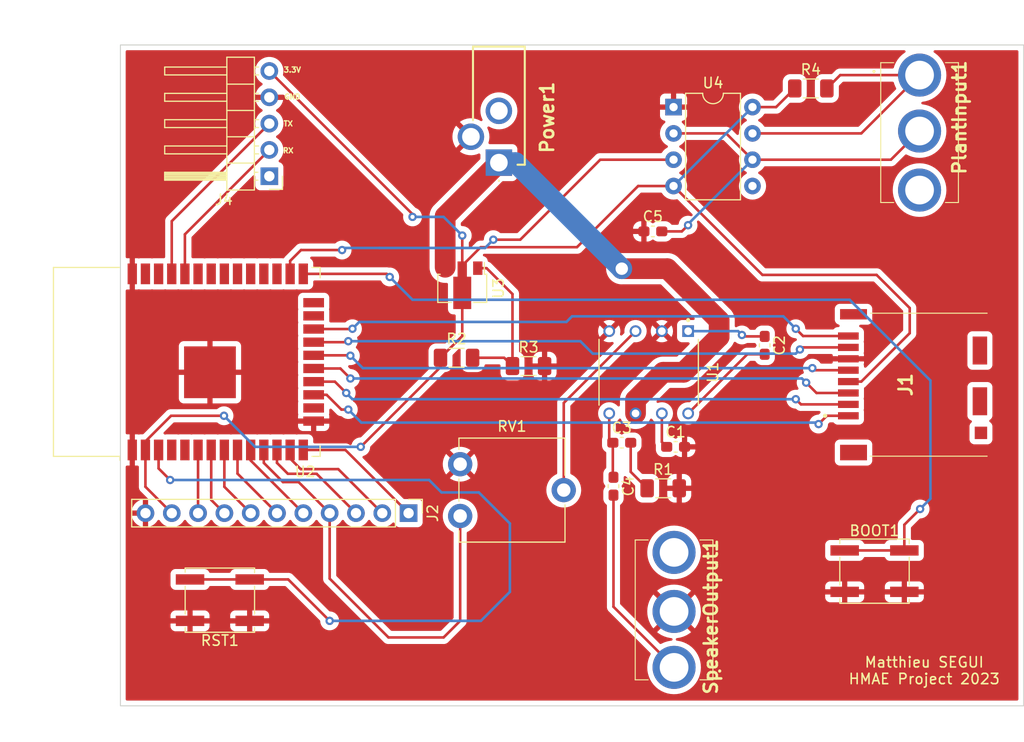
<source format=kicad_pcb>
(kicad_pcb (version 20211014) (generator pcbnew)
  (layers (0 "F.Cu" signal) (31 "B.Cu" signal) (34 "B.Paste" user) (35 "F.Paste" user) (36 "B.SilkS" user "B.Silkscreen") (37 "F.SilkS" user "F.Silkscreen") (38 "B.Mask" user) (39 "F.Mask" user) (44 "Edge.Cuts" user))
  (net 0 "")
  (net 1 "Net-(C1-Pad1)")
  (net 2 "GND")
  (net 3 "Net-(C2-Pad1)")
  (net 4 "Net-(C2-Pad2)")
  (net 5 "Net-(C3-Pad1)")
  (net 6 "Net-(C3-Pad2)")
  (net 7 "Net-(C4-Pad2)")
  (net 8 "Net-(C5-Pad2)")
  (net 9 "DAT2")
  (net 10 "DAT3")
  (net 11 "CMD")
  (net 12 "+3V3")
  (net 13 "CLK")
  (net 14 "DAT0")
  (net 15 "DAT1")
  (net 21 "SignalIN")
  (net 22 "VCC")
  (net 24 "ESP32_RX")
  (net 25 "ESP32_TX")
  (net 26 "Net-(BOOT1-Pad1)")
  (net 28 "Net-(R2-Pad2)")
  (net 29 "Net-(RV1-Pad2)")
  (net 31 "Net-(J2-Pad1)")
  (net 37 "Net-(J2-Pad2)")
  (net 38 "555Output")
  (net 49 "Net-(J2-Pad3)")
  (net 50 "Net-(J2-Pad5)")
  (net 51 "Net-(J2-Pad6)")
  (net 52 "Net-(J2-Pad7)")
  (net 53 "Net-(J2-Pad8)")
  (net 54 "Net-(J2-Pad9)")
  (net 55 "Net-(PlantInput1-Pad1)")
  (net 56 "Net-(RST1-Pad2)")
  (footprint "Package_TO_SOT_SMD:SOT-89-3" (layer "F.Cu") (at 95 53.8 -90)
    (fp_text reference "U3" (at 0.3 -3.5 90) (layer "F.SilkS"))
    (fp_text value "LM317L_SOT-89")
    (fp_line (start 1.66 1.05) (end 1.66 2.36) (layer "F.SilkS") (width 0.12))
    (fp_line (start 1.66 2.36) (end -1.06 2.36) (layer "F.SilkS") (width 0.12))
    (fp_line (start -1.06 -2.36) (end -1.06 -2.13) (layer "F.SilkS") (width 0.12))
    (fp_line (start -2.2 -2.13) (end -1.06 -2.13) (layer "F.SilkS") (width 0.12))
    (fp_line (start -1.06 2.36) (end -1.06 2.13) (layer "F.SilkS") (width 0.12))
    (fp_line (start -1.06 -2.36) (end 1.66 -2.36) (layer "F.SilkS") (width 0.12))
    (fp_line (start 1.66 -2.36) (end 1.66 -1.05) (layer "F.SilkS") (width 0.12))
    (pad "1" smd rect (at -1.65 -1.5 270) (size 1.3 0.9) (layers "F.Cu" "F.Paste" "F.Mask") (net 28 "Net-(R2-Pad2)"))
    (pad "2" smd custom (at -1.5625 0 270) (size 1.475 0.9) (layers "F.Cu" "F.Paste" "F.Mask") (net 12 "+3V3") (options (clearance outline) (anchor rect)) (primitives (gr_poly (pts (xy 3.8625 0.8665) (xy 0.7375 0.8665) (xy 0.7375 -0.8665) (xy 3.8625 -0.8665)) (width 0) (fill yes))))
    (pad "3" smd rect (at -1.65 1.5 270) (size 1.3 0.9) (layers "F.Cu" "F.Paste" "F.Mask") (net 22 "VCC"))
  )
  (footprint "Capacitor_SMD:C_0603_1608Metric_Pad1.08x0.95mm_HandSolder" (layer "F.Cu") (at 109.6 73.2 -90)
    (fp_text reference "C4" (at 0 -1.43 90) (layer "F.SilkS"))
    (fp_text value "250uF")
    (fp_line (start -0.146267 -0.51) (end 0.146267 -0.51) (layer "F.SilkS") (width 0.12))
    (fp_line (start -0.146267 0.51) (end 0.146267 0.51) (layer "F.SilkS") (width 0.12))
    (pad "1" smd roundrect (at -0.8625 0 270) (size 1.075 0.95) (layers "F.Cu" "F.Paste" "F.Mask") (net 5 "Net-(C3-Pad1)"))
    (pad "2" smd roundrect (at 0.8625 0 270) (size 1.075 0.95) (layers "F.Cu" "F.Paste" "F.Mask") (net 7 "Net-(C4-Pad2)"))
  )
  (footprint "Resistor_SMD:R_1206_3216Metric_Pad1.30x1.75mm_HandSolder" (layer "F.Cu") (at 114.4 73.4)
    (fp_text reference "R1" (at 0 -1.82) (layer "F.SilkS"))
    (fp_text value "10ohm")
    (fp_line (start -0.727064 -0.91) (end 0.727064 -0.91) (layer "F.SilkS") (width 0.12))
    (fp_line (start -0.727064 0.91) (end 0.727064 0.91) (layer "F.SilkS") (width 0.12))
    (pad "1" smd roundrect (at -1.55 0) (size 1.3 1.75) (layers "F.Cu" "F.Paste" "F.Mask") (roundrect_rratio 0.192308) (net 6 "Net-(C3-Pad2)"))
    (pad "2" smd roundrect (at 1.55 0) (size 1.3 1.75) (layers "F.Cu" "F.Paste" "F.Mask") (roundrect_rratio 0.192308) (net 2 "GND"))
  )
  (footprint "Capacitor_SMD:C_0603_1608Metric_Pad1.08x0.95mm_HandSolder" (layer "F.Cu") (at 110.4 69)
    (fp_text reference "C3" (at 0 -1.43) (layer "F.SilkS"))
    (fp_text value "0.05uf")
    (fp_line (start -0.146267 0.51) (end 0.146267 0.51) (layer "F.SilkS") (width 0.12))
    (fp_line (start -0.146267 -0.51) (end 0.146267 -0.51) (layer "F.SilkS") (width 0.12))
    (pad "1" smd roundrect (at -0.8625 0) (size 1.075 0.95) (layers "F.Cu" "F.Paste" "F.Mask") (net 5 "Net-(C3-Pad1)"))
    (pad "2" smd roundrect (at 0.8625 0) (size 1.075 0.95) (layers "F.Cu" "F.Paste" "F.Mask") (net 6 "Net-(C3-Pad2)"))
  )
  (footprint "Capacitor_SMD:C_0603_1608Metric_Pad1.08x0.95mm_HandSolder" (layer "F.Cu") (at 113.4 48.6)
    (fp_text reference "C5" (at 0 -1.43) (layer "F.SilkS"))
    (fp_text value "C")
    (fp_line (start -0.146267 0.51) (end 0.146267 0.51) (layer "F.SilkS") (width 0.12))
    (fp_line (start -0.146267 -0.51) (end 0.146267 -0.51) (layer "F.SilkS") (width 0.12))
    (pad "1" smd roundrect (at -0.8625 0) (size 1.075 0.95) (layers "F.Cu" "F.Paste" "F.Mask") (net 2 "GND"))
    (pad "2" smd roundrect (at 0.8625 0) (size 1.075 0.95) (layers "F.Cu" "F.Paste" "F.Mask") (net 8 "Net-(C5-Pad2)"))
  )
  (footprint "Capacitor_SMD:C_0603_1608Metric_Pad1.08x0.95mm_HandSolder" (layer "F.Cu") (at 115.6 69.4)
    (fp_text reference "C1" (at 0 -1.43) (layer "F.SilkS"))
    (fp_text value "100nF")
    (fp_line (start -0.146267 -0.51) (end 0.146267 -0.51) (layer "F.SilkS") (width 0.12))
    (fp_line (start -0.146267 0.51) (end 0.146267 0.51) (layer "F.SilkS") (width 0.12))
    (pad "1" smd roundrect (at -0.8625 0) (size 1.075 0.95) (layers "F.Cu" "F.Paste" "F.Mask") (net 1 "Net-(C1-Pad1)"))
    (pad "2" smd roundrect (at 0.8625 0) (size 1.075 0.95) (layers "F.Cu" "F.Paste" "F.Mask") (net 2 "GND"))
  )
  (footprint "Button_Switch_SMD:SW_SPST_EVQP0" (layer "F.Cu") (at 134.8 81.4)
    (fp_text reference "BOOT1" (at 0 -3.9) (layer "F.SilkS"))
    (fp_text value "SW_Push")
    (fp_line (start -3.35 -3.1) (end 3.35 -3.1) (layer "F.SilkS") (width 0.12))
    (fp_line (start -3.35 3.1) (end 3.35 3.1) (layer "F.SilkS") (width 0.12))
    (fp_line (start 3.35 -3.1) (end 3.35 -2.65) (layer "F.SilkS") (width 0.12))
    (fp_line (start 3.35 3.1) (end 3.35 2.7) (layer "F.SilkS") (width 0.12))
    (fp_line (start 3.35 -1.35) (end 3.35 1.35) (layer "F.SilkS") (width 0.12))
    (fp_line (start -3.35 -2.65) (end -3.35 -3.1) (layer "F.SilkS") (width 0.12))
    (fp_line (start -3.35 1.35) (end -3.35 -1.35) (layer "F.SilkS") (width 0.12))
    (fp_line (start -3.35 2.65) (end -3.35 3.1) (layer "F.SilkS") (width 0.12))
    (pad "1" smd rect (at -2.88 -2) (size 2.75 1) (layers "F.Cu" "F.Paste" "F.Mask") (net 26 "Net-(BOOT1-Pad1)"))
    (pad "1" smd rect (at 2.88 -2) (size 2.75 1) (layers "F.Cu" "F.Paste" "F.Mask") (net 26 "Net-(BOOT1-Pad1)"))
    (pad "2" smd rect (at -2.88 2) (size 2.75 1) (layers "F.Cu" "F.Paste" "F.Mask") (net 2 "GND"))
    (pad "2" smd rect (at 2.88 2) (size 2.75 1) (layers "F.Cu" "F.Paste" "F.Mask") (net 2 "GND"))
  )
  (footprint "MJ-3502:MJ3502" (layer "F.Cu") (at 115.45 90.689 90)
    (fp_text reference "SpeakerOutput1" (at 4.889 3.55 90) (layer "F.SilkS") (effects (font (size 1.27 1.27) (thickness 0.254))))
    (fp_text value "MJ-3502" hide)
    (fp_line (start -1.2 -3.75) (end 12.3 -3.75) (layer "F.SilkS") (width 0.1))
    (fp_line (start -0.3 4.4) (end -0.3 4.4) (layer "F.SilkS") (width 0.2))
    (fp_line (start -1.2 3.75) (end 12.3 3.75) (layer "F.SilkS") (width 0.1))
    (fp_line (start -1.2 2.5) (end -1.2 3.75) (layer "F.SilkS") (width 0.1))
    (fp_line (start -0.4 4.4) (end -0.4 4.4) (layer "F.SilkS") (width 0.2))
    (fp_line (start 12.3 3.75) (end 12.3 2.5) (layer "F.SilkS") (width 0.1))
    (fp_line (start -0.4 4.4) (end -0.4 4.4) (layer "F.SilkS") (width 0.2))
    (fp_line (start 12.3 -3.75) (end 12.3 -2.5) (layer "F.SilkS") (width 0.1))
    (fp_line (start -1.2 -2.5) (end -1.2 -3.75) (layer "F.SilkS") (width 0.1))
    (fp_arc (start -0.4 4.4) (mid -0.35 4.35) (end -0.3 4.4) (layer "F.SilkS") (width 0.2))
    (fp_arc (start -0.3 4.4) (mid -0.35 4.45) (end -0.4 4.4) (layer "F.SilkS") (width 0.2))
    (fp_arc (start -0.3 4.4) (mid -0.35 4.45) (end -0.4 4.4) (layer "F.SilkS") (width 0.2))
    (pad "1" thru_hole circle locked (at 0 0 90) (size 4.155 4.155) (drill 2.77) (layers *.Cu *.Mask) (net 7 "Net-(C4-Pad2)"))
    (pad "2" thru_hole circle locked (at 5.4 0 90) (size 4.155 4.155) (drill 2.77) (layers *.Cu *.Mask) (net 2 "GND"))
    (pad "3" thru_hole circle locked (at 11.1 0 90) (size 4.155 4.155) (drill 2.77) (layers *.Cu *.Mask))
  )
  (footprint "PJ-031D:PJ031D" (layer "F.Cu") (at 98.5375 41.9625 -90)
    (fp_text reference "Power1" (at -4.3625 -4.6625 90) (layer "F.SilkS") (effects (font (size 1.27 1.27) (thickness 0.254))))
    (fp_text value "PJ-031D" hide)
    (fp_line (start -11.2 -2.5) (end -11.2 2.5) (layer "F.SilkS") (width 0.2))
    (fp_line (start 0.2 -1.8) (end 0.2 -2.5) (layer "F.SilkS") (width 0.2))
    (fp_line (start 1.7 0) (end 1.7 0) (layer "F.SilkS") (width 0.1))
    (fp_line (start 1.8 0) (end 1.8 0) (layer "F.SilkS") (width 0.1))
    (fp_line (start -11.2 2.5) (end -4.1 2.5) (layer "F.SilkS") (width 0.2))
    (fp_line (start 0.2 -2.5) (end -11.2 -2.5) (layer "F.SilkS") (width 0.2))
    (fp_arc (start 1.8 0) (mid 1.75 0.05) (end 1.7 0) (layer "F.SilkS") (width 0.1))
    (fp_arc (start 1.7 0) (mid 1.75 -0.05) (end 1.8 0) (layer "F.SilkS") (width 0.1))
    (pad "1" thru_hole rect locked (at 0 0 270) (size 2.55 2.55) (drill 1.7) (layers *.Cu *.Mask) (net 22 "VCC"))
    (pad "2" thru_hole circle locked (at -2.5 2.7 270) (size 2.55 2.55) (drill 1.7) (layers *.Cu *.Mask) (net 2 "GND"))
    (pad "3" thru_hole circle locked (at -5 0 270) (size 2.55 2.55) (drill 1.7) (layers *.Cu *.Mask))
  )
  (footprint "RF_Module:ESP32-WROOM-32" (layer "F.Cu") (at 71.4 61.2 90)
    (fp_text reference "U2" (at -10.61 8.43) (layer "F.SilkS"))
    (fp_text value "ESP32-WROOM-32")
    (fp_line (start 9.12 9.88) (end 8.12 9.88) (layer "F.SilkS") (width 0.12))
    (fp_line (start 9.12 -15.865) (end 9.12 -9.445) (layer "F.SilkS") (width 0.12))
    (fp_line (start 9.12 9.1) (end 9.12 9.88) (layer "F.SilkS") (width 0.12))
    (fp_line (start -9.12 9.88) (end -8.12 9.88) (layer "F.SilkS") (width 0.12))
    (fp_line (start -9.12 9.1) (end -9.12 9.88) (layer "F.SilkS") (width 0.12))
    (fp_line (start -9.12 -15.865) (end 9.12 -15.865) (layer "F.SilkS") (width 0.12))
    (fp_line (start -9.12 -15.865) (end -9.12 -9.445) (layer "F.SilkS") (width 0.12))
    (fp_line (start -9.12 -9.445) (end -9.5 -9.445) (layer "F.SilkS") (width 0.12))
    (pad "1" smd rect (at -8.5 -8.255 90) (size 2 0.9) (layers "F.Cu" "F.Paste" "F.Mask") (net 2 "GND"))
    (pad "2" smd rect (at -8.5 -6.985 90) (size 2 0.9) (layers "F.Cu" "F.Paste" "F.Mask") (net 12 "+3V3"))
    (pad "3" smd rect (at -8.5 -5.715 90) (size 2 0.9) (layers "F.Cu" "F.Paste" "F.Mask") (net 56 "Net-(RST1-Pad2)"))
    (pad "4" smd rect (at -8.5 -4.445 90) (size 2 0.9) (layers "F.Cu" "F.Paste" "F.Mask"))
    (pad "5" smd rect (at -8.5 -3.175 90) (size 2 0.9) (layers "F.Cu" "F.Paste" "F.Mask"))
    (pad "6" smd rect (at -8.5 -1.905 90) (size 2 0.9) (layers "F.Cu" "F.Paste" "F.Mask") (net 54 "Net-(J2-Pad9)"))
    (pad "7" smd rect (at -8.5 -0.635 90) (size 2 0.9) (layers "F.Cu" "F.Paste" "F.Mask") (net 53 "Net-(J2-Pad8)"))
    (pad "8" smd rect (at -8.5 0.635 90) (size 2 0.9) (layers "F.Cu" "F.Paste" "F.Mask") (net 52 "Net-(J2-Pad7)"))
    (pad "9" smd rect (at -8.5 1.905 90) (size 2 0.9) (layers "F.Cu" "F.Paste" "F.Mask") (net 51 "Net-(J2-Pad6)"))
    (pad "10" smd rect (at -8.5 3.175 90) (size 2 0.9) (layers "F.Cu" "F.Paste" "F.Mask") (net 50 "Net-(J2-Pad5)"))
    (pad "11" smd rect (at -8.5 4.445 90) (size 2 0.9) (layers "F.Cu" "F.Paste" "F.Mask") (net 21 "SignalIN"))
    (pad "12" smd rect (at -8.5 5.715 90) (size 2 0.9) (layers "F.Cu" "F.Paste" "F.Mask") (net 49 "Net-(J2-Pad3)"))
    (pad "13" smd rect (at -8.5 6.985 90) (size 2 0.9) (layers "F.Cu" "F.Paste" "F.Mask") (net 37 "Net-(J2-Pad2)"))
    (pad "14" smd rect (at -8.5 8.255 90) (size 2 0.9) (layers "F.Cu" "F.Paste" "F.Mask") (net 31 "Net-(J2-Pad1)"))
    (pad "15" smd rect (at -5.715 9.255 180) (size 2 0.9) (layers "F.Cu" "F.Paste" "F.Mask") (net 2 "GND"))
    (pad "16" smd rect (at -4.445 9.255 180) (size 2 0.9) (layers "F.Cu" "F.Paste" "F.Mask"))
    (pad "17" smd rect (at -3.175 9.255 180) (size 2 0.9) (layers "F.Cu" "F.Paste" "F.Mask") (net 9 "DAT2"))
    (pad "18" smd rect (at -1.905 9.255 180) (size 2 0.9) (layers "F.Cu" "F.Paste" "F.Mask") (net 10 "DAT3"))
    (pad "19" smd rect (at -0.635 9.255 180) (size 2 0.9) (layers "F.Cu" "F.Paste" "F.Mask") (net 11 "CMD"))
    (pad "20" smd rect (at 0.635 9.255 180) (size 2 0.9) (layers "F.Cu" "F.Paste" "F.Mask") (net 13 "CLK"))
    (pad "21" smd rect (at 1.905 9.255 180) (size 2 0.9) (layers "F.Cu" "F.Paste" "F.Mask") (net 14 "DAT0"))
    (pad "22" smd rect (at 3.175 9.255 180) (size 2 0.9) (layers "F.Cu" "F.Paste" "F.Mask") (net 15 "DAT1"))
    (pad "23" smd rect (at 4.445 9.255 180) (size 2 0.9) (layers "F.Cu" "F.Paste" "F.Mask"))
    (pad "24" smd rect (at 5.715 9.255 180) (size 2 0.9) (layers "F.Cu" "F.Paste" "F.Mask"))
    (pad "25" smd rect (at 8.5 8.255 90) (size 2 0.9) (layers "F.Cu" "F.Paste" "F.Mask") (net 26 "Net-(BOOT1-Pad1)"))
    (pad "26" smd rect (at 8.5 6.985 90) (size 2 0.9) (layers "F.Cu" "F.Paste" "F.Mask") (net 38 "555Output"))
    (pad "27" smd rect (at 8.5 5.715 90) (size 2 0.9) (layers "F.Cu" "F.Paste" "F.Mask"))
    (pad "28" smd rect (at 8.5 4.445 90) (size 2 0.9) (layers "F.Cu" "F.Paste" "F.Mask"))
    (pad "29" smd rect (at 8.5 3.175 90) (size 2 0.9) (layers "F.Cu" "F.Paste" "F.Mask"))
    (pad "30" smd rect (at 8.5 1.905 90) (size 2 0.9) (layers "F.Cu" "F.Paste" "F.Mask"))
    (pad "31" smd rect (at 8.5 0.635 90) (size 2 0.9) (layers "F.Cu" "F.Paste" "F.Mask"))
    (pad "32" smd rect (at 8.5 -0.635 90) (size 2 0.9) (layers "F.Cu" "F.Paste" "F.Mask"))
    (pad "33" smd rect (at 8.5 -1.905 90) (size 2 0.9) (layers "F.Cu" "F.Paste" "F.Mask"))
    (pad "34" smd rect (at 8.5 -3.175 90) (size 2 0.9) (layers "F.Cu" "F.Paste" "F.Mask") (net 24 "ESP32_RX"))
    (pad "35" smd rect (at 8.5 -4.445 90) (size 2 0.9) (layers "F.Cu" "F.Paste" "F.Mask") (net 25 "ESP32_TX"))
    (pad "36" smd rect (at 8.5 -5.715 90) (size 2 0.9) (layers "F.Cu" "F.Paste" "F.Mask"))
    (pad "37" smd rect (at 8.5 -6.985 90) (size 2 0.9) (layers "F.Cu" "F.Paste" "F.Mask"))
    (pad "38" smd rect (at 8.5 -8.255 90) (size 2 0.9) (layers "F.Cu" "F.Paste" "F.Mask") (net 2 "GND"))
    (pad "39" smd rect (at -1 -0.755 90) (size 5 5) (layers "F.Cu" "F.Paste" "F.Mask") (net 2 "GND"))
    (zone (net 0) (net_name "") (layers *.Cu) (connect_pads (clearance 0)) (min_thickness 0.254)
      (keepout (tracks not_allowed) (vias not_allowed) (pads not_allowed) (copperpour not_allowed) (footprints not_allowed))
      (fill (thermal_gap 0.508) (thermal_bridge_width 0.508))
      (polygon (pts (xy 61.43 75.2) (xy 61.43 47.2) (xy 50.65 47.2) (xy 50.65 75.2)))
    )
  )
  (footprint "MJ-3502:MJ3502" (layer "F.Cu") (at 139.15 33.511 -90)
    (fp_text reference "PlantInput1" (at 4.089 -3.85 90) (layer "F.SilkS") (effects (font (size 1.27 1.27) (thickness 0.254))))
    (fp_text value "MJ-3502" hide)
    (fp_line (start 12.3 3.75) (end 12.3 2.5) (layer "F.SilkS") (width 0.1))
    (fp_line (start -0.4 4.4) (end -0.4 4.4) (layer "F.SilkS") (width 0.2))
    (fp_line (start -1.2 -3.75) (end 12.3 -3.75) (layer "F.SilkS") (width 0.1))
    (fp_line (start -1.2 2.5) (end -1.2 3.75) (layer "F.SilkS") (width 0.1))
    (fp_line (start -1.2 -2.5) (end -1.2 -3.75) (layer "F.SilkS") (width 0.1))
    (fp_line (start 12.3 -3.75) (end 12.3 -2.5) (layer "F.SilkS") (width 0.1))
    (fp_line (start -0.4 4.4) (end -0.4 4.4) (layer "F.SilkS") (width 0.2))
    (fp_line (start -0.3 4.4) (end -0.3 4.4) (layer "F.SilkS") (width 0.2))
    (fp_line (start -1.2 3.75) (end 12.3 3.75) (layer "F.SilkS") (width 0.1))
    (fp_arc (start -0.3 4.4) (mid -0.35 4.45) (end -0.4 4.4) (layer "F.SilkS") (width 0.2))
    (fp_arc (start -0.4 4.4) (mid -0.35 4.35) (end -0.3 4.4) (layer "F.SilkS") (width 0.2))
    (fp_arc (start -0.3 4.4) (mid -0.35 4.45) (end -0.4 4.4) (layer "F.SilkS") (width 0.2))
    (pad "1" thru_hole circle locked (at 0 0 270) (size 4.155 4.155) (drill 2.77) (layers *.Cu *.Mask) (net 55 "Net-(PlantInput1-Pad1)"))
    (pad "2" thru_hole circle locked (at 5.4 0 270) (size 4.155 4.155) (drill 2.77) (layers *.Cu *.Mask) (net 8 "Net-(C5-Pad2)"))
    (pad "3" thru_hole circle locked (at 11.1 0 270) (size 4.155 4.155) (drill 2.77) (layers *.Cu *.Mask))
  )
  (footprint "Resistor_SMD:R_1206_3216Metric_Pad1.30x1.75mm_HandSolder" (layer "F.Cu") (at 128.65 34.8)
    (fp_text reference "R4" (at 0 -1.82) (layer "F.SilkS"))
    (fp_text value "100kOhms")
    (fp_line (start -0.727064 -0.91) (end 0.727064 -0.91) (layer "F.SilkS") (width 0.12))
    (fp_line (start -0.727064 0.91) (end 0.727064 0.91) (layer "F.SilkS") (width 0.12))
    (pad "1" smd roundrect (at -1.55 0) (size 1.3 1.75) (layers "F.Cu" "F.Paste" "F.Mask") (roundrect_rratio 0.192308) (net 12 "+3V3"))
    (pad "2" smd roundrect (at 1.55 0) (size 1.3 1.75) (layers "F.Cu" "F.Paste" "F.Mask") (roundrect_rratio 0.192308) (net 55 "Net-(PlantInput1-Pad1)"))
  )
  (footprint "Potentiometer_THT:Potentiometer_ACP_CA9-V10_Vertical" (layer "F.Cu") (at 94.8 76.075)
    (fp_text reference "RV1" (at 5 -8.65) (layer "F.SilkS"))
    (fp_text value "10kOhm")
    (fp_line (start -0.12 -7.521) (end -0.12 -6.426) (layer "F.SilkS") (width 0.12))
    (fp_line (start -0.12 2.52) (end 10.12 2.52) (layer "F.SilkS") (width 0.12))
    (fp_line (start -0.12 -7.521) (end 10.12 -7.521) (layer "F.SilkS") (width 0.12))
    (fp_line (start 10.12 -7.521) (end 10.12 -3.925) (layer "F.SilkS") (width 0.12))
    (fp_line (start -0.12 1.425) (end -0.12 2.52) (layer "F.SilkS") (width 0.12))
    (fp_line (start 10.12 -1.075) (end 10.12 2.52) (layer "F.SilkS") (width 0.12))
    (fp_line (start -0.12 -3.574) (end -0.12 -1.425) (layer "F.SilkS") (width 0.12))
    (pad "1" thru_hole circle (at 0 0) (size 2.34 2.34) (drill 1.3) (layers *.Cu *.Mask) (net 21 "SignalIN"))
    (pad "2" thru_hole circle (at 10 -2.5) (size 2.34 2.34) (drill 1.3) (layers *.Cu *.Mask) (net 29 "Net-(RV1-Pad2)"))
    (pad "3" thru_hole circle (at 0 -5) (size 2.34 2.34) (drill 1.3) (layers *.Cu *.Mask) (net 2 "GND"))
  )
  (footprint "DM3CS-SF:DM3CSSF" (layer "F.Cu") (at 138.625 63.4 -90)
    (fp_text reference "J1" (at 0 0.825 90) (layer "F.SilkS") (effects (font (size 1.27 1.27) (thickness 0.254))))
    (fp_text value "DM3CS-SF" hide)
    (fp_line (start 3 8.5) (end 3 8.5) (layer "F.SilkS") (width 0.2))
    (fp_line (start 3 8.7) (end 3 8.7) (layer "F.SilkS") (width 0.2))
    (fp_line (start 6.9 -7.05) (end 6.9 4.25) (layer "F.SilkS") (width 0.1))
    (fp_line (start -6.9 -7.05) (end -6.9 4.224) (layer "F.SilkS") (width 0.1))
    (fp_arc (start 3 8.7) (mid 2.9 8.6) (end 3 8.5) (layer "F.SilkS") (width 0.2))
    (fp_arc (start 3 8.5) (mid 3.1 8.6) (end 3 8.7) (layer "F.SilkS") (width 0.2))
    (pad "1" smd rect locked (at 3 6.35 270) (size 0.7 2) (layers "F.Cu" "F.Paste" "F.Mask") (net 9 "DAT2"))
    (pad "2" smd rect locked (at 1.9 6.35 270) (size 0.7 2) (layers "F.Cu" "F.Paste" "F.Mask") (net 10 "DAT3"))
    (pad "3" smd rect locked (at 0.8 6.35 270) (size 0.7 2) (layers "F.Cu" "F.Paste" "F.Mask") (net 11 "CMD"))
    (pad "4" smd rect locked (at -0.3 6.35 270) (size 0.7 2) (layers "F.Cu" "F.Paste" "F.Mask") (net 12 "+3V3"))
    (pad "5" smd rect locked (at -1.4 6.35 270) (size 0.7 2) (layers "F.Cu" "F.Paste" "F.Mask") (net 13 "CLK"))
    (pad "6" smd rect locked (at -2.5 6.35 270) (size 0.7 2) (layers "F.Cu" "F.Paste" "F.Mask") (net 2 "GND"))
    (pad "7" smd rect locked (at -3.6 6.35 270) (size 0.7 2) (layers "F.Cu" "F.Paste" "F.Mask") (net 14 "DAT0"))
    (pad "8" smd rect locked (at -4.7 6.35 270) (size 0.7 2) (layers "F.Cu" "F.Paste" "F.Mask") (net 15 "DAT1"))
    (pad "MP1" smd rect locked (at -6.8 5.85 270) (size 1 2.6) (layers "F.Cu" "F.Paste" "F.Mask"))
    (pad "MP2" smd rect locked (at 6.55 5.85 270) (size 1.5 2.6) (layers "F.Cu" "F.Paste" "F.Mask"))
    (pad "MP3" smd rect locked (at -3.3 -6.35) (size 1.4 2.7) (layers "F.Cu" "F.Paste" "F.Mask"))
    (pad "MP4" smd rect locked (at 1.6 -6.35) (size 1.4 2.7) (layers "F.Cu" "F.Paste" "F.Mask"))
    (pad "MP5" smd rect locked (at 4.65 -6.45) (size 1.2 1.2) (layers "F.Cu" "F.Paste" "F.Mask"))
  )
  (footprint "Resistor_SMD:R_1206_3216Metric_Pad1.30x1.75mm_HandSolder" (layer "F.Cu") (at 101.4 61.6)
    (fp_text reference "R3" (at 0 -1.82) (layer "F.SilkS"))
    (fp_text value "1639Ohm")
    (fp_line (start -0.727064 0.91) (end 0.727064 0.91) (layer "F.SilkS") (width 0.12))
    (fp_line (start -0.727064 -0.91) (end 0.727064 -0.91) (layer "F.SilkS") (width 0.12))
    (pad "1" smd roundrect (at -1.55 0) (size 1.3 1.75) (layers "F.Cu" "F.Paste" "F.Mask") (roundrect_rratio 0.192308) (net 28 "Net-(R2-Pad2)"))
    (pad "2" smd roundrect (at 1.55 0) (size 1.3 1.75) (layers "F.Cu" "F.Paste" "F.Mask") (roundrect_rratio 0.192308) (net 2 "GND"))
  )
  (footprint "LM386:DIP794W45P254L959H508Q8" (layer "F.Cu") (at 113 62.2 -90)
    (fp_text reference "U1" (at 0 -6.2 90) (layer "F.SilkS"))
    (fp_text value "LM386")
    (fp_line (start -3.175 4.795) (end 3.175 4.795) (layer "F.SilkS") (width 0.127))
    (fp_line (start -3.175 -4.795) (end 3.175 -4.795) (layer "F.SilkS") (width 0.127))
    (fp_circle (center -5.035 -3.81) (end -4.935 -3.81) (layer "F.SilkS") (width 0.2) (fill none))
    (pad "1" thru_hole rect locked (at -3.97 -3.81 270) (size 1.13 1.13) (drill 0.74) (layers *.Cu *.Mask) (net 3 "Net-(C2-Pad1)"))
    (pad "2" thru_hole circle locked (at -3.97 -1.27 270) (size 1.13 1.13) (drill 0.74) (layers *.Cu *.Mask) (net 2 "GND"))
    (pad "3" thru_hole circle locked (at -3.97 1.27 270) (size 1.13 1.13) (drill 0.74) (layers *.Cu *.Mask) (net 29 "Net-(RV1-Pad2)"))
    (pad "4" thru_hole circle locked (at -3.97 3.81 270) (size 1.13 1.13) (drill 0.74) (layers *.Cu *.Mask) (net 2 "GND"))
    (pad "5" thru_hole circle locked (at 3.97 3.81 270) (size 1.13 1.13) (drill 0.74) (layers *.Cu *.Mask) (net 5 "Net-(C3-Pad1)"))
    (pad "6" thru_hole circle locked (at 3.97 1.27 270) (size 1.13 1.13) (drill 0.74) (layers *.Cu *.Mask) (net 22 "VCC"))
    (pad "7" thru_hole circle locked (at 3.97 -1.27 270) (size 1.13 1.13) (drill 0.74) (layers *.Cu *.Mask) (net 1 "Net-(C1-Pad1)"))
    (pad "8" thru_hole circle locked (at 3.97 -3.81 270) (size 1.13 1.13) (drill 0.74) (layers *.Cu *.Mask) (net 4 "Net-(C2-Pad2)"))
  )
  (footprint "Capacitor_SMD:C_0603_1608Metric_Pad1.08x0.95mm_HandSolder" (layer "F.Cu") (at 124.2 59.6 -90)
    (fp_text reference "C2" (at 0 -1.43 90) (layer "F.SilkS"))
    (fp_text value "10uF")
    (fp_line (start -0.146267 0.51) (end 0.146267 0.51) (layer "F.SilkS") (width 0.12))
    (fp_line (start -0.146267 -0.51) (end 0.146267 -0.51) (layer "F.SilkS") (width 0.12))
    (pad "1" smd roundrect (at -0.8625 0 270) (size 1.075 0.95) (layers "F.Cu" "F.Paste" "F.Mask") (net 3 "Net-(C2-Pad1)"))
    (pad "2" smd roundrect (at 0.8625 0 270) (size 1.075 0.95) (layers "F.Cu" "F.Paste" "F.Mask") (net 4 "Net-(C2-Pad2)"))
  )
  (footprint "Connector_PinHeader_2.54mm:PinHeader_1x11_P2.54mm_Vertical" (layer "F.Cu") (at 89.82 75.8 -90)
    (fp_text reference "J2" (at 0 -2.33 90) (layer "F.SilkS"))
    (fp_text value "Conn_01x11_Female")
    (fp_line (start -1.33 26.73) (end 1.33 26.73) (layer "F.SilkS") (width 0.12))
    (fp_line (start -1.33 0) (end -1.33 -1.33) (layer "F.SilkS") (width 0.12))
    (fp_line (start -1.33 -1.33) (end 0 -1.33) (layer "F.SilkS") (width 0.12))
    (fp_line (start -1.33 1.27) (end 1.33 1.27) (layer "F.SilkS") (width 0.12))
    (fp_line (start -1.33 1.27) (end -1.33 26.73) (layer "F.SilkS") (width 0.12))
    (fp_line (start 1.33 1.27) (end 1.33 26.73) (layer "F.SilkS") (width 0.12))
    (pad "1" thru_hole rect (at 0 0 270) (size 1.7 1.7) (drill 1) (layers *.Cu *.Mask) (net 31 "Net-(J2-Pad1)"))
    (pad "2" thru_hole oval (at 0 2.54 270) (size 1.7 1.7) (drill 1) (layers *.Cu *.Mask) (net 37 "Net-(J2-Pad2)"))
    (pad "3" thru_hole oval (at 0 5.08 270) (size 1.7 1.7) (drill 1) (layers *.Cu *.Mask) (net 49 "Net-(J2-Pad3)"))
    (pad "4" thru_hole oval (at 0 7.62 270) (size 1.7 1.7) (drill 1) (layers *.Cu *.Mask) (net 21 "SignalIN"))
    (pad "5" thru_hole oval (at 0 10.16 270) (size 1.7 1.7) (drill 1) (layers *.Cu *.Mask) (net 50 "Net-(J2-Pad5)"))
    (pad "6" thru_hole oval (at 0 12.7 270) (size 1.7 1.7) (drill 1) (layers *.Cu *.Mask) (net 51 "Net-(J2-Pad6)"))
    (pad "7" thru_hole oval (at 0 15.24 270) (size 1.7 1.7) (drill 1) (layers *.Cu *.Mask) (net 52 "Net-(J2-Pad7)"))
    (pad "8" thru_hole oval (at 0 17.78 270) (size 1.7 1.7) (drill 1) (layers *.Cu *.Mask) (net 53 "Net-(J2-Pad8)"))
    (pad "9" thru_hole oval (at 0 20.32 270) (size 1.7 1.7) (drill 1) (layers *.Cu *.Mask) (net 54 "Net-(J2-Pad9)"))
    (pad "10" thru_hole oval (at 0 22.86 270) (size 1.7 1.7) (drill 1) (layers *.Cu *.Mask) (net 12 "+3V3"))
    (pad "11" thru_hole oval (at 0 25.4 270) (size 1.7 1.7) (drill 1) (layers *.Cu *.Mask) (net 2 "GND"))
  )
  (footprint "Resistor_SMD:R_1206_3216Metric_Pad1.30x1.75mm_HandSolder" (layer "F.Cu") (at 94.45 60.8)
    (fp_text reference "R2" (at 0 -1.82) (layer "F.SilkS"))
    (fp_text value "1KOhm")
    (fp_line (start -0.727064 0.91) (end 0.727064 0.91) (layer "F.SilkS") (width 0.12))
    (fp_line (start -0.727064 -0.91) (end 0.727064 -0.91) (layer "F.SilkS") (width 0.12))
    (pad "1" smd roundrect (at -1.55 0) (size 1.3 1.75) (layers "F.Cu" "F.Paste" "F.Mask") (roundrect_rratio 0.192308) (net 12 "+3V3"))
    (pad "2" smd roundrect (at 1.55 0) (size 1.3 1.75) (layers "F.Cu" "F.Paste" "F.Mask") (roundrect_rratio 0.192308) (net 28 "Net-(R2-Pad2)"))
  )
  (footprint "Connector_PinHeader_2.54mm:PinHeader_1x05_P2.54mm_Horizontal" (layer "F.Cu") (at 76.375 43.275 180)
    (fp_text reference "J4" (at 4.385 -2.27) (layer "F.SilkS"))
    (fp_text value "Conn_01x05_Female")
    (fp_line (start 1.44 1.27) (end 4.1 1.27) (layer "F.SilkS") (width 0.12))
    (fp_line (start 4.1 -0.2) (end 10.1 -0.2) (layer "F.SilkS") (width 0.12))
    (fp_line (start 4.1 -0.32) (end 10.1 -0.32) (layer "F.SilkS") (width 0.12))
    (fp_line (start 10.1 -0.38) (end 10.1 0.38) (layer "F.SilkS") (width 0.12))
    (fp_line (start 1.042929 4.7) (end 1.44 4.7) (layer "F.SilkS") (width 0.12))
    (fp_line (start 1.11 -0.38) (end 1.44 -0.38) (layer "F.SilkS") (width 0.12))
    (fp_line (start 1.042929 2.92) (end 1.44 2.92) (layer "F.SilkS") (width 0.12))
    (fp_line (start 1.042929 8) (end 1.44 8) (layer "F.SilkS") (width 0.12))
    (fp_line (start 1.44 6.35) (end 4.1 6.35) (layer "F.SilkS") (width 0.12))
    (fp_line (start 10.1 4.7) (end 10.1 5.46) (layer "F.SilkS") (width 0.12))
    (fp_line (start 4.1 0.16) (end 10.1 0.16) (layer "F.SilkS") (width 0.12))
    (fp_line (start 4.1 2.16) (end 10.1 2.16) (layer "F.SilkS") (width 0.12))
    (fp_line (start 1.44 11.49) (end 4.1 11.49) (layer "F.SilkS") (width 0.12))
    (fp_line (start 10.1 0.38) (end 4.1 0.38) (layer "F.SilkS") (width 0.12))
    (fp_line (start 10.1 8) (end 4.1 8) (layer "F.SilkS") (width 0.12))
    (fp_line (start 4.1 11.49) (end 4.1 -1.33) (layer "F.SilkS") (width 0.12))
    (fp_line (start 1.042929 5.46) (end 1.44 5.46) (layer "F.SilkS") (width 0.12))
    (fp_line (start 10.1 5.46) (end 4.1 5.46) (layer "F.SilkS") (width 0.12))
    (fp_line (start 1.44 -1.33) (end 1.44 11.49) (layer "F.SilkS") (width 0.12))
    (fp_line (start 10.1 2.16) (end 10.1 2.92) (layer "F.SilkS") (width 0.12))
    (fp_line (start 4.1 7.24) (end 10.1 7.24) (layer "F.SilkS") (width 0.12))
    (fp_line (start 4.1 0.04) (end 10.1 0.04) (layer "F.SilkS") (width 0.12))
    (fp_line (start 1.44 8.89) (end 4.1 8.89) (layer "F.SilkS") (width 0.12))
    (fp_line (start 10.1 10.54) (end 4.1 10.54) (layer "F.SilkS") (width 0.12))
    (fp_line (start 1.11 0.38) (end 1.44 0.38) (layer "F.SilkS") (width 0.12))
    (fp_line (start 4.1 4.7) (end 10.1 4.7) (layer "F.SilkS") (width 0.12))
    (fp_line (start 4.1 -0.08) (end 10.1 -0.08) (layer "F.SilkS") (width 0.12))
    (fp_line (start 1.44 3.81) (end 4.1 3.81) (layer "F.SilkS") (width 0.12))
    (fp_line (start 10.1 9.78) (end 10.1 10.54) (layer "F.SilkS") (width 0.12))
    (fp_line (start 1.042929 7.24) (end 1.44 7.24) (layer "F.SilkS") (width 0.12))
    (fp_line (start 10.1 7.24) (end 10.1 8) (layer "F.SilkS") (width 0.12))
    (fp_line (start 1.042929 10.54) (end 1.44 10.54) (layer "F.SilkS") (width 0.12))
    (fp_line (start 4.1 -1.33) (end 1.44 -1.33) (layer "F.SilkS") (width 0.12))
    (fp_line (start 10.1 2.92) (end 4.1 2.92) (layer "F.SilkS") (width 0.12))
    (fp_line (start 4.1 -0.38) (end 10.1 -0.38) (layer "F.SilkS") (width 0.12))
    (fp_line (start -1.27 0) (end -1.27 -1.27) (layer "F.SilkS") (width 0.12))
    (fp_line (start 4.1 0.28) (end 10.1 0.28) (layer "F.SilkS") (width 0.12))
    (fp_line (start 1.042929 2.16) (end 1.44 2.16) (layer "F.SilkS") (width 0.12))
    (fp_line (start -1.27 -1.27) (end 0 -1.27) (layer "F.SilkS") (width 0.12))
    (fp_line (start 4.1 9.78) (end 10.1 9.78) (layer "F.SilkS") (width 0.12))
    (fp_line (start 1.042929 9.78) (end 1.44 9.78) (layer "F.SilkS") (width 0.12))
    (pad "1" thru_hole rect (at 0 0 180) (size 1.7 1.7) (drill 1) (layers *.Cu *.Mask))
    (pad "2" thru_hole oval (at 0 2.54 180) (size 1.7 1.7) (drill 1) (layers *.Cu *.Mask) (net 24 "ESP32_RX"))
    (pad "3" thru_hole oval (at 0 5.08 180) (size 1.7 1.7) (drill 1) (layers *.Cu *.Mask) (net 25 "ESP32_TX"))
    (pad "4" thru_hole oval (at 0 7.62 180) (size 1.7 1.7) (drill 1) (layers *.Cu *.Mask) (net 2 "GND"))
    (pad "5" thru_hole oval (at 0 10.16 180) (size 1.7 1.7) (drill 1) (layers *.Cu *.Mask) (net 12 "+3V3"))
  )
  (footprint "Button_Switch_SMD:SW_SPST_EVQP0" (layer "F.Cu") (at 71.6 84.2 180)
    (fp_text reference "RST1" (at 0 -3.9) (layer "F.SilkS"))
    (fp_text value "SW_Push")
    (fp_line (start -3.35 2.65) (end -3.35 3.1) (layer "F.SilkS") (width 0.12))
    (fp_line (start -3.35 -2.65) (end -3.35 -3.1) (layer "F.SilkS") (width 0.12))
    (fp_line (start -3.35 -3.1) (end 3.35 -3.1) (layer "F.SilkS") (width 0.12))
    (fp_line (start 3.35 -1.35) (end 3.35 1.35) (layer "F.SilkS") (width 0.12))
    (fp_line (start 3.35 3.1) (end 3.35 2.7) (layer "F.SilkS") (width 0.12))
    (fp_line (start -3.35 1.35) (end -3.35 -1.35) (layer "F.SilkS") (width 0.12))
    (fp_line (start 3.35 -3.1) (end 3.35 -2.65) (layer "F.SilkS") (width 0.12))
    (fp_line (start -3.35 3.1) (end 3.35 3.1) (layer "F.SilkS") (width 0.12))
    (pad "1" smd rect (at 2.88 -2 180) (size 2.75 1) (layers "F.Cu" "F.Paste" "F.Mask") (net 2 "GND"))
    (pad "1" smd rect (at -2.88 -2 180) (size 2.75 1) (layers "F.Cu" "F.Paste" "F.Mask") (net 2 "GND"))
    (pad "2" smd rect (at -2.88 2 180) (size 2.75 1) (layers "F.Cu" "F.Paste" "F.Mask") (net 56 "Net-(RST1-Pad2)"))
    (pad "2" smd rect (at 2.88 2 180) (size 2.75 1) (layers "F.Cu" "F.Paste" "F.Mask") (net 56 "Net-(RST1-Pad2)"))
  )
  (footprint "Package_DIP:DIP-8_W7.62mm" (layer "F.Cu") (at 115.4 36.6)
    (fp_text reference "U4" (at 3.81 -2.33) (layer "F.SilkS"))
    (fp_text value "NE555P")
    (fp_line (start 6.46 8.95) (end 6.46 -1.33) (layer "F.SilkS") (width 0.12))
    (fp_line (start 1.16 8.95) (end 6.46 8.95) (layer "F.SilkS") (width 0.12))
    (fp_line (start 1.16 -1.33) (end 1.16 8.95) (layer "F.SilkS") (width 0.12))
    (fp_line (start 2.81 -1.33) (end 1.16 -1.33) (layer "F.SilkS") (width 0.12))
    (fp_line (start 6.46 -1.33) (end 4.81 -1.33) (layer "F.SilkS") (width 0.12))
    (fp_arc (start 4.81 -1.33) (mid 3.81 -0.33) (end 2.81 -1.33) (layer "F.SilkS") (width 0.12))
    (pad "1" thru_hole rect (at 0 0) (size 1.6 1.6) (drill 0.8) (layers *.Cu *.Mask) (net 2 "GND"))
    (pad "2" thru_hole oval (at 0 2.54) (size 1.6 1.6) (drill 0.8) (layers *.Cu *.Mask) (net 8 "Net-(C5-Pad2)"))
    (pad "3" thru_hole oval (at 0 5.08) (size 1.6 1.6) (drill 0.8) (layers *.Cu *.Mask) (net 38 "555Output"))
    (pad "4" thru_hole oval (at 0 7.62) (size 1.6 1.6) (drill 0.8) (layers *.Cu *.Mask) (net 12 "+3V3"))
    (pad "5" thru_hole oval (at 7.62 7.62) (size 1.6 1.6) (drill 0.8) (layers *.Cu *.Mask))
    (pad "6" thru_hole oval (at 7.62 5.08) (size 1.6 1.6) (drill 0.8) (layers *.Cu *.Mask) (net 8 "Net-(C5-Pad2)"))
    (pad "7" thru_hole oval (at 7.62 2.54) (size 1.6 1.6) (drill 0.8) (layers *.Cu *.Mask) (net 55 "Net-(PlantInput1-Pad1)"))
    (pad "8" thru_hole oval (at 7.62 0) (size 1.6 1.6) (drill 0.8) (layers *.Cu *.Mask) (net 12 "+3V3"))
  )
  (gr_rect (start 62 30.6) (end 149.2 94.4) (layer "Edge.Cuts") (width 0.1) (fill none))
  (gr_text "GND" (at 78.6 35.6) (layer "F.SilkS") (effects (font (size 0.5 0.5) (thickness 0.125))))
  (gr_text "Matthieu SEGUI\nHMAE Project 2023" (at 139.6 91) (layer "F.SilkS") (effects (font (size 1 1))))
  (gr_text "TX" (at 78.2 38.2) (layer "F.SilkS") (effects (font (size 0.5 0.5) (thickness 0.125))))
  (gr_text "RX" (at 78.2 40.8) (layer "F.SilkS") (effects (font (size 0.5 0.5) (thickness 0.125))))
  (gr_text "3.3V" (at 78.6 33) (layer "F.SilkS") (effects (font (size 0.5 0.5) (thickness 0.125))))
  (segment (start 114.27 68.9325) (end 114.27 66.17) (width 0.25) (layer "F.Cu") (net 1))
  (segment (start 114.7375 69.4) (end 114.27 68.9325) (width 0.25) (layer "F.Cu") (net 1))
  (segment (start 70.645 62.2) (end 67.895 62.2) (width 0.25) (layer "F.Cu") (net 2))
  (segment (start 124.2 58.7375) (end 122.1375 58.7375) (width 0.25) (layer "F.Cu") (net 3))
  (segment (start 122.1375 58.7375) (end 122 58.6) (width 0.25) (layer "F.Cu") (net 3))
  (via (at 122 58.6) (size 0.8) (drill 0.4) (layers "F.Cu" "B.Cu") (net 3))
  (segment (start 121.63 58.23) (end 116.81 58.23) (width 0.25) (layer "B.Cu") (net 3))
  (segment (start 122 58.6) (end 121.63 58.23) (width 0.25) (layer "B.Cu") (net 3))
  (segment (start 122.5175 60.4625) (end 116.81 66.17) (width 0.25) (layer "F.Cu") (net 4))
  (segment (start 124.2 60.4625) (end 122.5175 60.4625) (width 0.25) (layer "F.Cu") (net 4))
  (segment (start 109.5375 72.275) (end 109.6 72.3375) (width 0.25) (layer "F.Cu") (net 5))
  (segment (start 109.5375 69) (end 109.19 68.6525) (width 0.25) (layer "F.Cu") (net 5))
  (segment (start 109.5375 69) (end 109.5375 72.275) (width 0.25) (layer "F.Cu") (net 5))
  (segment (start 109.19 68.6525) (end 109.19 66.17) (width 0.25) (layer "F.Cu") (net 5))
  (segment (start 111.2625 71.8125) (end 112.85 73.4) (width 0.25) (layer "F.Cu") (net 6))
  (segment (start 111.2625 69) (end 111.2625 71.8125) (width 0.25) (layer "F.Cu") (net 6))
  (segment (start 115.45 90.689) (end 109.6 84.839) (width 0.25) (layer "F.Cu") (net 7))
  (segment (start 109.6 84.839) (end 109.6 74.0625) (width 0.25) (layer "F.Cu") (net 7))
  (segment (start 116.8 48) (end 116.2 48.6) (width 0.25) (layer "F.Cu") (net 8))
  (segment (start 116.8 48) (end 116.6 48) (width 0.25) (layer "F.Cu") (net 8))
  (segment (start 116.2 48.6) (end 114.2625 48.6) (width 0.25) (layer "F.Cu") (net 8))
  (segment (start 120.48 39.14) (end 123.02 41.68) (width 0.25) (layer "F.Cu") (net 8))
  (segment (start 136.381 41.68) (end 139.15 38.911) (width 0.25) (layer "F.Cu") (net 8))
  (segment (start 115.4 39.14) (end 120.48 39.14) (width 0.25) (layer "F.Cu") (net 8))
  (segment (start 123.02 41.68) (end 136.381 41.68) (width 0.25) (layer "F.Cu") (net 8))
  (via (at 116.8 48) (size 0.8) (drill 0.4) (layers "F.Cu" "B.Cu") (net 8))
  (segment (start 119.2 45.5) (end 116.8 47.9) (width 0.25) (layer "B.Cu") (net 8))
  (segment (start 116.8 47.9) (end 116.8 48) (width 0.25) (layer "B.Cu") (net 8))
  (segment (start 123.02 41.68) (end 119.2 45.5) (width 0.25) (layer "B.Cu") (net 8))
  (segment (start 129.4 67.2) (end 130.2 66.4) (width 0.25) (layer "F.Cu") (net 9))
  (segment (start 80.655 64.375) (end 81.905 64.375) (width 0.25) (layer "F.Cu") (net 9))
  (segment (start 130.2 66.4) (end 132.275 66.4) (width 0.25) (layer "F.Cu") (net 9))
  (segment (start 83.33 65.8) (end 84 65.8) (width 0.25) (layer "F.Cu") (net 9))
  (segment (start 81.905 64.375) (end 83.33 65.8) (width 0.25) (layer "F.Cu") (net 9))
  (via (at 129.4 67.2) (size 0.8) (drill 0.4) (layers "F.Cu" "B.Cu") (net 9))
  (via (at 84 65.8) (size 0.8) (drill 0.4) (layers "F.Cu" "B.Cu") (net 9))
  (segment (start 84 65.8) (end 85.259511 67.059511) (width 0.25) (layer "B.Cu") (net 9))
  (segment (start 85.259511 67.059511) (end 129.259511 67.059511) (width 0.25) (layer "B.Cu") (net 9))
  (segment (start 129.259511 67.059511) (end 129.4 67.2) (width 0.25) (layer "B.Cu") (net 9))
  (segment (start 80.655 63.105) (end 82.705 63.105) (width 0.25) (layer "F.Cu") (net 10))
  (segment (start 127.2 64.8) (end 127.7 65.3) (width 0.25) (layer "F.Cu") (net 10))
  (segment (start 82.705 63.105) (end 83.8 64.2) (width 0.25) (layer "F.Cu") (net 10))
  (segment (start 127.7 65.3) (end 132.275 65.3) (width 0.25) (layer "F.Cu") (net 10))
  (via (at 127.2 64.8) (size 0.8) (drill 0.4) (layers "F.Cu" "B.Cu") (net 10))
  (via (at 83.8 64.2) (size 0.8) (drill 0.4) (layers "F.Cu" "B.Cu") (net 10))
  (segment (start 84.4 64.8) (end 127.2 64.8) (width 0.25) (layer "B.Cu") (net 10))
  (segment (start 83.8 64.2) (end 84.4 64.8) (width 0.25) (layer "B.Cu") (net 10))
  (segment (start 128.2 63.2) (end 129.2 64.2) (width 0.25) (layer "F.Cu") (net 11))
  (segment (start 80.655 61.835) (end 83.235 61.835) (width 0.25) (layer "F.Cu") (net 11))
  (segment (start 83.235 61.835) (end 84.2 62.8) (width 0.25) (layer "F.Cu") (net 11))
  (segment (start 129.2 64.2) (end 132.275 64.2) (width 0.25) (layer "F.Cu") (net 11))
  (via (at 84.2 62.8) (size 0.8) (drill 0.4) (layers "F.Cu" "B.Cu") (net 11))
  (via (at 128.2 63.2) (size 0.8) (drill 0.4) (layers "F.Cu" "B.Cu") (net 11))
  (segment (start 84.2 62.8) (end 127.8 62.8) (width 0.25) (layer "B.Cu") (net 11))
  (segment (start 127.8 62.8) (end 128.2 63.2) (width 0.25) (layer "B.Cu") (net 11))
  (segment (start 138.2 58.425) (end 133.525 63.1) (width 0.25) (layer "F.Cu") (net 12))
  (segment (start 133.525 63.1) (end 132.275 63.1) (width 0.25) (layer "F.Cu") (net 12))
  (segment (start 95 52.2375) (end 95 58.7) (width 0.25) (layer "F.Cu") (net 12))
  (segment (start 115.4 44.22) (end 111.98 44.22) (width 0.25) (layer "F.Cu") (net 12))
  (segment (start 123.02 36.6) (end 125.3 36.6) (width 0.25) (layer "F.Cu") (net 12))
  (segment (start 64.415 69.7) (end 64.415 73.255) (width 0.25) (layer "F.Cu") (net 12))
  (segment (start 64.415 73.255) (end 66.96 75.8) (width 0.25) (layer "F.Cu") (net 12))
  (segment (start 135 52.8) (end 138.2 56) (width 0.25) (layer "F.Cu") (net 12))
  (segment (start 95 49) (end 95 52.2375) (width 0.25) (layer "F.Cu") (net 12))
  (segment (start 106.075489 50.124511) (end 96.776467 50.124511) (width 0.25) (layer "F.Cu") (net 12))
  (segment (start 72 66.4) (end 66.885978 66.4) (width 0.25) (layer "F.Cu") (net 12))
  (segment (start 96.776467 50.124511) (end 95 51.900978) (width 0.25) (layer "F.Cu") (net 12))
  (segment (start 92.9 61.7) (end 85.2 69.4) (width 0.25) (layer "F.Cu") (net 12))
  (segment (start 123.98 52.8) (end 135 52.8) (width 0.25) (layer "F.Cu") (net 12))
  (segment (start 90.2 46.94) (end 90.2 47.2) (width 0.25) (layer "F.Cu") (net 12))
  (segment (start 95 58.7) (end 92.9 60.8) (width 0.25) (layer "F.Cu") (net 12))
  (segment (start 76.375 33.115) (end 90.2 46.94) (width 0.25) (layer "F.Cu") (net 12))
  (segment (start 95 51.900978) (end 95 52.2375) (width 0.25) (layer "F.Cu") (net 12))
  (segment (start 115.4 44.22) (end 123.98 52.8) (width 0.25) (layer "F.Cu") (net 12))
  (segment (start 92.9 60.8) (end 92.9 61.7) (width 0.25) (layer "F.Cu") (net 12))
  (segment (start 111.98 44.22) (end 106.075489 50.124511) (width 0.25) (layer "F.Cu") (net 12))
  (segment (start 66.885978 66.4) (end 64.415 68.870978) (width 0.25) (layer "F.Cu") (net 12))
  (segment (start 125.3 36.6) (end 127.1 34.8) (width 0.25) (layer "F.Cu") (net 12))
  (segment (start 64.415 68.870978) (end 64.415 69.7) (width 0.25) (layer "F.Cu") (net 12))
  (segment (start 138.2 56) (end 138.2 58.425) (width 0.25) (layer "F.Cu") (net 12))
  (via (at 85.2 69.4) (size 0.8) (drill 0.4) (layers "F.Cu" "B.Cu") (net 12))
  (via (at 72 66.4) (size 0.8) (drill 0.4) (layers "F.Cu" "B.Cu") (net 12))
  (via (at 95 49) (size 0.8) (drill 0.4) (layers "F.Cu" "B.Cu") (net 12))
  (via (at 90.2 47.2) (size 0.8) (drill 0.4) (layers "F.Cu" "B.Cu") (net 12))
  (segment (start 93.2 47.2) (end 90.2 47.2) (width 0.25) (layer "B.Cu") (net 12))
  (segment (start 75 69.4) (end 72 66.4) (width 0.25) (layer "B.Cu") (net 12))
  (segment (start 85.2 69.4) (end 75 69.4) (width 0.25) (layer "B.Cu") (net 12))
  (segment (start 95 49) (end 93.2 47.2) (width 0.25) (layer "B.Cu") (net 12))
  (segment (start 115.4 44.22) (end 123.02 36.6) (width 0.25) (layer "B.Cu") (net 12))
  (segment (start 80.655 60.565) (end 84.165 60.565) (width 0.25) (layer "F.Cu") (net 13))
  (segment (start 129 62) (end 132.275 62) (width 0.25) (layer "F.Cu") (net 13))
  (segment (start 128.8 61.8) (end 129 62) (width 0.25) (layer "F.Cu") (net 13))
  (segment (start 84.165 60.565) (end 84.2 60.6) (width 0.25) (layer "F.Cu") (net 13))
  (via (at 128.8 61.8) (size 0.8) (drill 0.4) (layers "F.Cu" "B.Cu") (net 13))
  (via (at 84.2 60.6) (size 0.8) (drill 0.4) (layers "F.Cu" "B.Cu") (net 13))
  (segment (start 85.4 61.8) (end 128.8 61.8) (width 0.25) (layer "B.Cu") (net 13))
  (segment (start 84.2 60.6) (end 85.4 61.8) (width 0.25) (layer "B.Cu") (net 13))
  (segment (start 127.6 60) (end 127.8 59.8) (width 0.25) (layer "F.Cu") (net 14))
  (segment (start 80.655 59.295) (end 83.905 59.295) (width 0.25) (layer "F.Cu") (net 14))
  (segment (start 127.8 59.8) (end 132.275 59.8) (width 0.25) (layer "F.Cu") (net 14))
  (segment (start 83.905 59.295) (end 84 59.2) (width 0.25) (layer "F.Cu") (net 14))
  (via (at 84 59.2) (size 0.8) (drill 0.4) (layers "F.Cu" "B.Cu") (net 14))
  (via (at 127.6 60) (size 0.8) (drill 0.4) (layers "F.Cu" "B.Cu") (net 14))
  (segment (start 126.6 60.4) (end 127.2 60.4) (width 0.25) (layer "B.Cu") (net 14))
  (segment (start 106.4 59.2) (end 107.6 60.4) (width 0.25) (layer "B.Cu") (net 14))
  (segment (start 127.2 60.4) (end 127.6 60) (width 0.25) (layer "B.Cu") (net 14))
  (segment (start 107.6 60.4) (end 126.6 60.4) (width 0.25) (layer "B.Cu") (net 14))
  (segment (start 84 59.2) (end 106.4 59.2) (width 0.25) (layer "B.Cu") (net 14))
  (segment (start 127.9 58.7) (end 132.275 58.7) (width 0.25) (layer "F.Cu") (net 15))
  (segment (start 127.2 58) (end 127.9 58.7) (width 0.25) (layer "F.Cu") (net 15))
  (segment (start 80.655 58.025) (end 84.375 58.025) (width 0.25) (layer "F.Cu") (net 15))
  (segment (start 84.375 58.025) (end 84.4 58) (width 0.25) (layer "F.Cu") (net 15))
  (via (at 84.4 58) (size 0.8) (drill 0.4) (layers "F.Cu" "B.Cu") (net 15))
  (via (at 127.2 58) (size 0.8) (drill 0.4) (layers "F.Cu" "B.Cu") (net 15))
  (segment (start 85.059511 57.340489) (end 105.059511 57.340489) (width 0.25) (layer "B.Cu") (net 15))
  (segment (start 105.6 56.8) (end 124.2 56.8) (width 0.25) (layer "B.Cu") (net 15))
  (segment (start 105.4 57) (end 105.6 56.8) (width 0.25) (layer "B.Cu") (net 15))
  (segment (start 105.059511 57.340489) (end 105.4 57) (width 0.25) (layer "B.Cu") (net 15))
  (segment (start 126 56.8) (end 127.2 58) (width 0.25) (layer "B.Cu") (net 15))
  (segment (start 84.4 58) (end 85.059511 57.340489) (width 0.25) (layer "B.Cu") (net 15))
  (segment (start 124.2 56.8) (end 126 56.8) (width 0.25) (layer "B.Cu") (net 15))
  (segment (start 79.2 72.8) (end 82.2 75.8) (width 0.25) (layer "F.Cu") (net 21))
  (segment (start 75.845 70.95) (end 77.695 72.8) (width 0.25) (layer "F.Cu") (net 21))
  (segment (start 82.2 82.12) (end 82.2 75.8) (width 0.25) (layer "F.Cu") (net 21))
  (segment (start 94.8 76.075) (end 94.8 86.2) (width 0.25) (layer "F.Cu") (net 21))
  (segment (start 93.2 87.8) (end 87.88 87.8) (width 0.25) (layer "F.Cu") (net 21))
  (segment (start 94.8 86.2) (end 93.2 87.8) (width 0.25) (layer "F.Cu") (net 21))
  (segment (start 75.845 69.7) (end 75.845 70.95) (width 0.25) (layer "F.Cu") (net 21))
  (segment (start 77.695 72.8) (end 79.2 72.8) (width 0.25) (layer "F.Cu") (net 21))
  (segment (start 87.88 87.8) (end 82.2 82.12) (width 0.25) (layer "F.Cu") (net 21))
  (segment (start 93.350489 47.149511) (end 93.350489 52.061633) (width 2) (layer "F.Cu") (net 22))
  (segment (start 111.73 64.87) (end 111.73 66.17) (width 2) (layer "F.Cu") (net 22))
  (segment (start 116.369022 62.2) (end 114.4 62.2) (width 2) (layer "F.Cu") (net 22))
  (segment (start 110.4 52.2) (end 114.8 52.2) (width 2) (layer "F.Cu") (net 22))
  (segment (start 114.8 52.2) (end 119.8 57.2) (width 2) (layer "F.Cu") (net 22))
  (segment (start 119.8 58.769022) (end 116.369022 62.2) (width 2) (layer "F.Cu") (net 22))
  (segment (start 98.5375 41.9625) (end 93.350489 47.149511) (width 2) (layer "F.Cu") (net 22))
  (segment (start 119.8 57.2) (end 119.8 58.769022) (width 2) (layer "F.Cu") (net 22))
  (segment (start 114.4 62.2) (end 111.73 64.87) (width 2) (layer "F.Cu") (net 22))
  (via (at 110.4 52.2) (size 2) (drill 1.2) (layers "F.Cu" "B.Cu") (net 22))
  (segment (start 98.5375 41.9625) (end 100.1625 41.9625) (width 2) (layer "B.Cu") (net 22))
  (segment (start 100.1625 41.9625) (end 110.4 52.2) (width 2) (layer "B.Cu") (net 22))
  (segment (start 76.375 40.735) (end 68.225 48.885) (width 0.25) (layer "F.Cu") (net 24))
  (segment (start 68.225 48.885) (end 68.225 52.7) (width 0.25) (layer "F.Cu") (net 24))
  (segment (start 66.955 47.615) (end 66.955 52.7) (width 0.25) (layer "F.Cu") (net 25))
  (segment (start 76.375 38.195) (end 66.955 47.615) (width 0.25) (layer "F.Cu") (net 25))
  (segment (start 139.2 75.4) (end 137.68 76.92) (width 0.25) (layer "F.Cu") (net 26))
  (segment (start 79.655 52.7) (end 87.7 52.7) (width 0.25) (layer "F.Cu") (net 26))
  (segment (start 87.7 52.7) (end 88 53) (width 0.25) (layer "F.Cu") (net 26))
  (segment (start 137.68 79.4) (end 131.92 79.4) (width 0.25) (layer "F.Cu") (net 26))
  (segment (start 137.68 76.92) (end 137.68 79.4) (width 0.25) (layer "F.Cu") (net 26))
  (via (at 139.2 75.4) (size 0.8) (drill 0.4) (layers "F.Cu" "B.Cu") (net 26))
  (via (at 88 53) (size 0.8) (drill 0.4) (layers "F.Cu" "B.Cu") (net 26))
  (segment (start 88 53) (end 90.2 55.2) (width 0.25) (layer "B.Cu") (net 26))
  (segment (start 140.2 74.4) (end 139.2 75.4) (width 0.25) (layer "B.Cu") (net 26))
  (segment (start 132.4 55.2) (end 140.2 63) (width 0.25) (layer "B.Cu") (net 26))
  (segment (start 130.6 55.2) (end 132.4 55.2) (width 0.25) (layer "B.Cu") (net 26))
  (segment (start 140.2 63) (end 140.2 74.4) (width 0.25) (layer "B.Cu") (net 26))
  (segment (start 90.2 55.2) (end 130.6 55.2) (width 0.25) (layer "B.Cu") (net 26))
  (segment (start 97.35 52.15) (end 99.85 54.65) (width 0.25) (layer "F.Cu") (net 28))
  (segment (start 99.05 60.8) (end 99.85 61.6) (width 0.25) (layer "F.Cu") (net 28))
  (segment (start 96.5 52.15) (end 97.35 52.15) (width 0.25) (layer "F.Cu") (net 28))
  (segment (start 99.85 54.65) (end 99.85 61.6) (width 0.25) (layer "F.Cu") (net 28))
  (segment (start 96 60.8) (end 99.05 60.8) (width 0.25) (layer "F.Cu") (net 28))
  (segment (start 104.8 65.16) (end 104.8 73.575) (width 0.25) (layer "F.Cu") (net 29))
  (segment (start 111.73 58.23) (end 104.8 65.16) (width 0.25) (layer "F.Cu") (net 29))
  (segment (start 83.72 69.7) (end 89.82 75.8) (width 0.25) (layer "F.Cu") (net 31))
  (segment (start 79.655 69.7) (end 83.72 69.7) (width 0.25) (layer "F.Cu") (net 31))
  (segment (start 78.385 70.529022) (end 79.406458 71.55048) (width 0.25) (layer "F.Cu") (net 37))
  (segment (start 78.385 69.7) (end 78.385 70.529022) (width 0.25) (layer "F.Cu") (net 37))
  (segment (start 83.03048 71.55048) (end 87.28 75.8) (width 0.25) (layer "F.Cu") (net 37))
  (segment (start 79.406458 71.55048) (end 83.03048 71.55048) (width 0.25) (layer "F.Cu") (net 37))
  (segment (start 79.435 50.4) (end 78.385 51.45) (width 0.25) (layer "F.Cu") (net 38))
  (segment (start 83.4 50.4) (end 79.435 50.4) (width 0.25) (layer "F.Cu") (net 38))
  (segment (start 101.4 48.6) (end 100.6 49.4) (width 0.25) (layer "F.Cu") (net 38))
  (segment (start 115.4 41.68) (end 108.32 41.68) (width 0.25) (layer "F.Cu") (net 38))
  (segment (start 100.6 49.4) (end 98 49.4) (width 0.25) (layer "F.Cu") (net 38))
  (segment (start 108.32 41.68) (end 101.4 48.6) (width 0.25) (layer "F.Cu") (net 38))
  (segment (start 78.385 51.45) (end 78.385 52.7) (width 0.25) (layer "F.Cu") (net 38))
  (via (at 83.4 50.4) (size 0.8) (drill 0.4) (layers "F.Cu" "B.Cu") (net 38))
  (via (at 98 49.4) (size 0.8) (drill 0.4) (layers "F.Cu" "B.Cu") (net 38))
  (segment (start 87 50.2) (end 83.6 50.2) (width 0.25) (layer "B.Cu") (net 38))
  (segment (start 98 49.4) (end 97.2 50.2) (width 0.25) (layer "B.Cu") (net 38))
  (segment (start 83.6 50.2) (end 83.4 50.4) (width 0.25) (layer "B.Cu") (net 38))
  (segment (start 97.2 50.2) (end 87 50.2) (width 0.25) (layer "B.Cu") (net 38))
  (segment (start 77.115 69.7) (end 77.115 70.95) (width 0.25) (layer "F.Cu") (net 49))
  (segment (start 77.115 70.95) (end 78.165 72) (width 0.25) (layer "F.Cu") (net 49))
  (segment (start 78.165 72) (end 80.94 72) (width 0.25) (layer "F.Cu") (net 49))
  (segment (start 80.94 72) (end 84.74 75.8) (width 0.25) (layer "F.Cu") (net 49))
  (segment (start 74.575 70.715) (end 79.66 75.8) (width 0.25) (layer "F.Cu") (net 50))
  (segment (start 74.575 69.7) (end 74.575 70.715) (width 0.25) (layer "F.Cu") (net 50))
  (segment (start 73.305 71.985) (end 77.12 75.8) (width 0.25) (layer "F.Cu") (net 51))
  (segment (start 73.305 69.7) (end 73.305 71.985) (width 0.25) (layer "F.Cu") (net 51))
  (segment (start 72.035 69.7) (end 72.035 73.255) (width 0.25) (layer "F.Cu") (net 52))
  (segment (start 72.035 73.255) (end 74.58 75.8) (width 0.25) (layer "F.Cu") (net 52))
  (segment (start 70.765 74.525) (end 72.04 75.8) (width 0.25) (layer "F.Cu") (net 53))
  (segment (start 70.765 69.7) (end 70.765 74.525) (width 0.25) (layer "F.Cu") (net 53))
  (segment (start 69.495 75.795) (end 69.5 75.8) (width 0.25) (layer "F.Cu") (net 54))
  (segment (start 69.495 69.7) (end 69.495 75.795) (width 0.25) (layer "F.Cu") (net 54))
  (segment (start 131.489 33.511) (end 139.15 33.511) (width 0.25) (layer "F.Cu") (net 55))
  (segment (start 130.2 34.8) (end 131.489 33.511) (width 0.25) (layer "F.Cu") (net 55))
  (segment (start 123.02 39.14) (end 133.521 39.14) (width 0.25) (layer "F.Cu") (net 55))
  (segment (start 133.521 39.14) (end 139.15 33.511) (width 0.25) (layer "F.Cu") (net 55))
  (segment (start 82.2 86.2) (end 78.2 82.2) (width 0.25) (layer "F.Cu") (net 56))
  (segment (start 65.685 69.7) (end 65.685 71.485) (width 0.25) (layer "F.Cu") (net 56))
  (segment (start 65.685 71.485) (end 66.8 72.6) (width 0.25) (layer "F.Cu") (net 56))
  (segment (start 74.48 82.2) (end 68.72 82.2) (width 0.25) (layer "F.Cu") (net 56))
  (segment (start 78.2 82.2) (end 74.48 82.2) (width 0.25) (layer "F.Cu") (net 56))
  (via (at 66.8 72.6) (size 0.8) (drill 0.4) (layers "F.Cu" "B.Cu") (net 56))
  (via (at 82.2 86.2) (size 0.8) (drill 0.4) (layers "F.Cu" "B.Cu") (net 56))
  (segment (start 96.6 73.8) (end 99.6 76.8) (width 0.25) (layer "B.Cu") (net 56))
  (segment (start 91.8 72.6) (end 93 73.8) (width 0.25) (layer "B.Cu") (net 56))
  (segment (start 96.8 86.2) (end 82.2 86.2) (width 0.25) (layer "B.Cu") (net 56))
  (segment (start 66.8 72.6) (end 91.8 72.6) (width 0.25) (layer "B.Cu") (net 56))
  (segment (start 99.6 83.4) (end 96.8 86.2) (width 0.25) (layer "B.Cu") (net 56))
  (segment (start 99.6 76.8) (end 99.6 83.4) (width 0.25) (layer "B.Cu") (net 56))
  (segment (start 93 73.8) (end 96.6 73.8) (width 0.25) (layer "B.Cu") (net 56))
  (zone (net 2) (net_name "GND") (layer "F.Cu") (connect_pads (clearance 0.508)) (min_thickness 0.254) (fill yes (thermal_gap 0.508) (thermal_bridge_width 0.508))
    (polygon (pts (xy 149.2 94.2) (xy 62 94.4) (xy 62 30.6) (xy 149.2 30.6)))
  )
)
</source>
